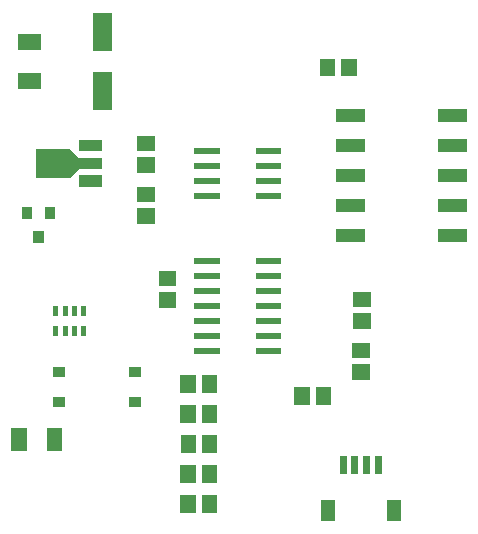
<source format=gbr>
G04 start of page 11 for group -4015 idx -4015 *
G04 Title: (unknown), toppaste *
G04 Creator: pcb 4.0.2 *
G04 CreationDate: Mon Feb 22 17:58:17 2021 UTC *
G04 For: ndholmes *
G04 Format: Gerber/RS-274X *
G04 PCB-Dimensions (mil): 2100.00 1750.00 *
G04 PCB-Coordinate-Origin: lower left *
%MOIN*%
%FSLAX25Y25*%
%LNTOPPASTE*%
%ADD54C,0.0001*%
G54D54*G36*
X55612Y66424D02*X53940D01*
Y62880D01*
X55612D01*
Y66424D01*
G37*
G36*
X58762D02*X57088D01*
Y62880D01*
X58762D01*
Y66424D01*
G37*
G36*
X61912D02*X60238D01*
Y62880D01*
X61912D01*
Y66424D01*
G37*
G36*
X65060D02*X63388D01*
Y62880D01*
X65060D01*
Y66424D01*
G37*
G36*
Y73120D02*X63388D01*
Y69576D01*
X65060D01*
Y73120D01*
G37*
G36*
X61912D02*X60238D01*
Y69576D01*
X61912D01*
Y73120D01*
G37*
G36*
X58762D02*X57088D01*
Y69576D01*
X58762D01*
Y73120D01*
G37*
G36*
X55612D02*X53940D01*
Y69576D01*
X55612D01*
Y73120D01*
G37*
G36*
X148016Y155452D02*X142898D01*
Y149548D01*
X148016D01*
Y155452D01*
G37*
G36*
X155102D02*X149984D01*
Y149548D01*
X155102D01*
Y155452D01*
G37*
G36*
X101516Y9952D02*X96398D01*
Y4048D01*
X101516D01*
Y9952D01*
G37*
G36*
X108602D02*X103484D01*
Y4048D01*
X108602D01*
Y9952D01*
G37*
G36*
X101516Y19952D02*X96398D01*
Y14048D01*
X101516D01*
Y19952D01*
G37*
G36*
X108602D02*X103484D01*
Y14048D01*
X108602D01*
Y19952D01*
G37*
G36*
X101000Y125500D02*Y123500D01*
X109500D01*
Y125500D01*
X101000D01*
G37*
G36*
Y120500D02*Y118500D01*
X109500D01*
Y120500D01*
X101000D01*
G37*
G36*
Y115500D02*Y113500D01*
X109500D01*
Y115500D01*
X101000D01*
G37*
G36*
Y110500D02*Y108500D01*
X109500D01*
Y110500D01*
X101000D01*
G37*
G36*
X121500D02*Y108500D01*
X130000D01*
Y110500D01*
X121500D01*
G37*
G36*
Y115500D02*Y113500D01*
X130000D01*
Y115500D01*
X121500D01*
G37*
G36*
Y120500D02*Y118500D01*
X130000D01*
Y120500D01*
X121500D01*
G37*
G36*
Y125500D02*Y123500D01*
X130000D01*
Y125500D01*
X121500D01*
G37*
G36*
X79250Y42550D02*Y39450D01*
X83250D01*
Y42550D01*
X79250D01*
G37*
G36*
X53750D02*Y39450D01*
X57750D01*
Y42550D01*
X53750D01*
G37*
G36*
X79250Y52550D02*Y49450D01*
X83250D01*
Y52550D01*
X79250D01*
G37*
G36*
X53750D02*Y49450D01*
X57750D01*
Y52550D01*
X53750D01*
G37*
G36*
X45154Y32240D02*X40036D01*
Y24760D01*
X45154D01*
Y32240D01*
G37*
G36*
X56964D02*X51846D01*
Y24760D01*
X56964D01*
Y32240D01*
G37*
G36*
X89143Y77516D02*Y72398D01*
X95047D01*
Y77516D01*
X89143D01*
G37*
G36*
Y84602D02*Y79484D01*
X95047D01*
Y84602D01*
X89143D01*
G37*
G36*
X101000Y89000D02*Y87000D01*
X109500D01*
Y89000D01*
X101000D01*
G37*
G36*
Y84000D02*Y82000D01*
X109500D01*
Y84000D01*
X101000D01*
G37*
G36*
Y79000D02*Y77000D01*
X109500D01*
Y79000D01*
X101000D01*
G37*
G36*
Y74000D02*Y72000D01*
X109500D01*
Y74000D01*
X101000D01*
G37*
G36*
Y69000D02*Y67000D01*
X109500D01*
Y69000D01*
X101000D01*
G37*
G36*
Y64000D02*Y62000D01*
X109500D01*
Y64000D01*
X101000D01*
G37*
G36*
Y59000D02*Y57000D01*
X109500D01*
Y59000D01*
X101000D01*
G37*
G36*
X121500D02*Y57000D01*
X130000D01*
Y59000D01*
X121500D01*
G37*
G36*
Y64000D02*Y62000D01*
X130000D01*
Y64000D01*
X121500D01*
G37*
G36*
Y69000D02*Y67000D01*
X130000D01*
Y69000D01*
X121500D01*
G37*
G36*
Y74000D02*Y72000D01*
X130000D01*
Y74000D01*
X121500D01*
G37*
G36*
Y79000D02*Y77000D01*
X130000D01*
Y79000D01*
X121500D01*
G37*
G36*
Y84000D02*Y82000D01*
X130000D01*
Y84000D01*
X121500D01*
G37*
G36*
Y89000D02*Y87000D01*
X130000D01*
Y89000D01*
X121500D01*
G37*
G36*
X153548Y53516D02*Y48398D01*
X159452D01*
Y53516D01*
X153548D01*
G37*
G36*
Y60602D02*Y55484D01*
X159452D01*
Y60602D01*
X153548D01*
G37*
G36*
X154048Y70559D02*Y65441D01*
X159952D01*
Y70559D01*
X154048D01*
G37*
G36*
Y77645D02*Y72527D01*
X159952D01*
Y77645D01*
X154048D01*
G37*
G36*
X82048Y105516D02*Y100398D01*
X87952D01*
Y105516D01*
X82048D01*
G37*
G36*
Y112602D02*Y107484D01*
X87952D01*
Y112602D01*
X82048D01*
G37*
G36*
X62421Y116484D02*Y112704D01*
X70295D01*
Y116484D01*
X62421D01*
G37*
G36*
X54705Y122390D02*Y118610D01*
X70295D01*
Y122390D01*
X54705D01*
G37*
G36*
X48246Y125225D02*Y115775D01*
X59586D01*
Y125225D01*
X48246D01*
G37*
G36*
X62426Y118615D02*X61006Y120035D01*
X58166Y117195D01*
X59586Y115775D01*
X62426Y118615D01*
G37*
G36*
X59586Y125225D02*X58166Y123805D01*
X61006Y120965D01*
X62426Y122385D01*
X59586Y125225D01*
G37*
G36*
X62421Y128296D02*Y124516D01*
X70295D01*
Y128296D01*
X62421D01*
G37*
G36*
X42250Y150750D02*Y145250D01*
X49750D01*
Y150750D01*
X42250D01*
G37*
G36*
Y163750D02*Y158250D01*
X49750D01*
Y163750D01*
X42250D01*
G37*
G36*
X101516Y39952D02*X96398D01*
Y34048D01*
X101516D01*
Y39952D01*
G37*
G36*
X108602D02*X103484D01*
Y34048D01*
X108602D01*
Y39952D01*
G37*
G36*
X82048Y129602D02*Y124484D01*
X87952D01*
Y129602D01*
X82048D01*
G37*
G36*
Y122516D02*Y117398D01*
X87952D01*
Y122516D01*
X82048D01*
G37*
G36*
X73650Y150957D02*X67350D01*
Y138358D01*
X73650D01*
Y150957D01*
G37*
G36*
Y170642D02*X67350D01*
Y158043D01*
X73650D01*
Y170642D01*
G37*
G36*
X54700Y106000D02*X51300D01*
Y102000D01*
X54700D01*
Y106000D01*
G37*
G36*
X46900D02*X43500D01*
Y102000D01*
X46900D01*
Y106000D01*
G37*
G36*
X50800Y97800D02*X47400D01*
Y93800D01*
X50800D01*
Y97800D01*
G37*
G36*
X101516Y49952D02*X96398D01*
Y44048D01*
X101516D01*
Y49952D01*
G37*
G36*
X108602D02*X103484D01*
Y44048D01*
X108602D01*
Y49952D01*
G37*
G36*
X148250Y138700D02*Y134300D01*
X157850D01*
Y138700D01*
X148250D01*
G37*
G36*
X182150D02*Y134300D01*
X191750D01*
Y138700D01*
X182150D01*
G37*
G36*
X148250Y128700D02*Y124300D01*
X157850D01*
Y128700D01*
X148250D01*
G37*
G36*
X182150D02*Y124300D01*
X191750D01*
Y128700D01*
X182150D01*
G37*
G36*
X148250Y118700D02*Y114300D01*
X157850D01*
Y118700D01*
X148250D01*
G37*
G36*
X182150D02*Y114300D01*
X191750D01*
Y118700D01*
X182150D01*
G37*
G36*
X148250Y108700D02*Y104300D01*
X157850D01*
Y108700D01*
X148250D01*
G37*
G36*
X182150D02*Y104300D01*
X191750D01*
Y108700D01*
X182150D01*
G37*
G36*
X148250Y98700D02*Y94300D01*
X157850D01*
Y98700D01*
X148250D01*
G37*
G36*
X182150D02*Y94300D01*
X191750D01*
Y98700D01*
X182150D01*
G37*
G36*
X101559Y29952D02*X96441D01*
Y24048D01*
X101559D01*
Y29952D01*
G37*
G36*
X108645D02*X103527D01*
Y24048D01*
X108645D01*
Y29952D01*
G37*
G36*
X146602Y45952D02*X141484D01*
Y40048D01*
X146602D01*
Y45952D01*
G37*
G36*
X139516D02*X134398D01*
Y40048D01*
X139516D01*
Y45952D01*
G37*
G36*
X151775Y23051D02*X149413D01*
Y16949D01*
X151775D01*
Y23051D01*
G37*
G36*
X155712D02*X153350D01*
Y16949D01*
X155712D01*
Y23051D01*
G37*
G36*
X159650D02*X157288D01*
Y16949D01*
X159650D01*
Y23051D01*
G37*
G36*
X163587D02*X161225D01*
Y16949D01*
X163587D01*
Y23051D01*
G37*
G36*
X147838Y8287D02*X143114D01*
Y1201D01*
X147838D01*
Y8287D01*
G37*
G36*
X169886D02*X165162D01*
Y1201D01*
X169886D01*
Y8287D01*
G37*
M02*

</source>
